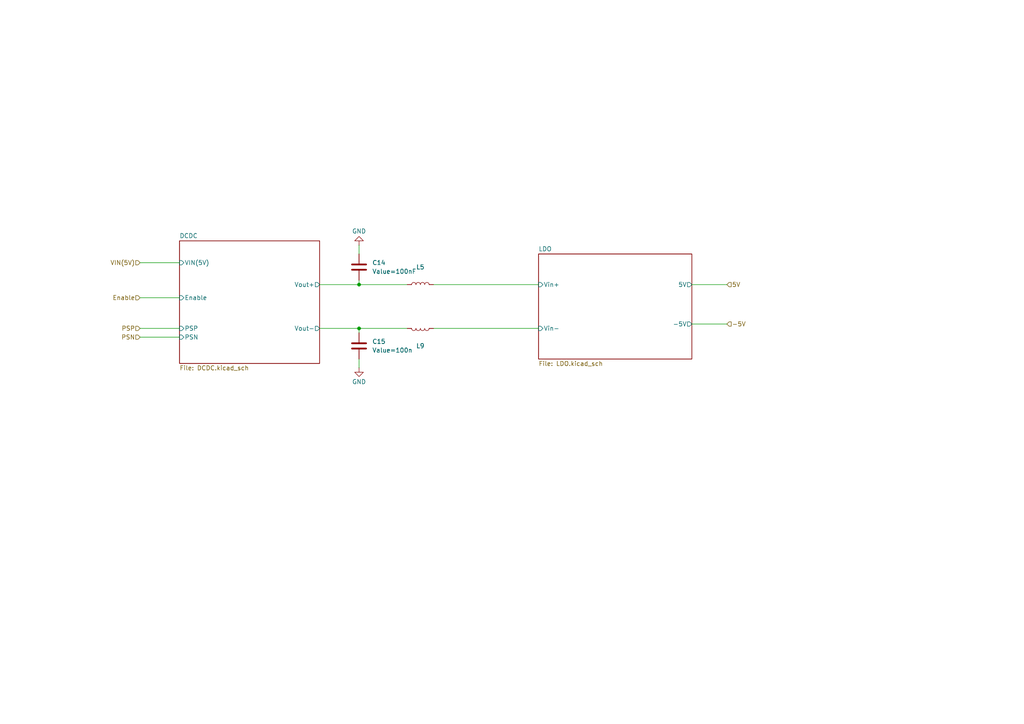
<source format=kicad_sch>
(kicad_sch (version 20231120) (generator "eeschema") (generator_version "8.0")
  (paper "A4")
  (title_block (title "DCStamp") (date "2024-03-15") (rev "1.0") (company "LPP/CNRS") (comment 1 "Alexis Jeandet") (comment 2 "CC-BY-SA") (comment 3 "alexis.jeandet@member.fsf.org"))
  (lib_symbols
    (symbol "Device:C" (pin_numbers hide) (pin_names (offset 0.254))
      (property "Reference" "C" (at 0.635 2.54 0))
      (property "Value" "C" (at 0.635 -2.54 0))
      (symbol "C_0_1"
        (polyline (pts (xy -2.032 -0.762) (xy 2.032 -0.762)) (stroke (width 0.508)))
        (polyline (pts (xy -2.032 0.762) (xy 2.032 0.762)) (stroke (width 0.508)))
      )
      (symbol "C_1_1"
        (pin passive line (at 0 3.81 270) (length 2.794) (name "~") (number "1"))
        (pin passive line (at 0 -3.81 90) (length 2.794) (name "~") (number "2"))
      )
    )
    (symbol "Device:L" (pin_numbers hide) (pin_names (offset 1.016) hide)
      (property "Reference" "L" (at -1.27 0 90))
      (property "Value" "L" (at 1.905 0 90))
      (symbol "L_0_1"
        (arc (start 0 -2.54) (mid 0.6323 -1.905) (end 0 -1.27))
        (arc (start 0 -1.27) (mid 0.6323 -0.635) (end 0 0))
        (arc (start 0 0) (mid 0.6323 0.635) (end 0 1.27))
        (arc (start 0 1.27) (mid 0.6323 1.905) (end 0 2.54))
      )
      (symbol "L_1_1"
        (pin passive line (at 0 3.81 270) (length 1.27) (name "1") (number "1"))
        (pin passive line (at 0 -3.81 90) (length 1.27) (name "2") (number "2"))
      )
    )
    (symbol "power:GND" (power) (pin_numbers hide) (pin_names (offset 0) hide)
      (property "Value" "GND" (at 0 -3.81 0))
      (symbol "GND_0_1"
        (polyline (pts (xy 0 0) (xy 0 -1.27) (xy 1.27 -1.27) (xy 0 -2.54) (xy -1.27 -1.27) (xy 0 -1.27)))
      )
      (symbol "GND_1_1"
        (pin power_in line (at 0 0 270) (length 0) (name "~") (number "1"))
      )
    )
  )
  (junction (at 104.14 82.55))
  (junction (at 104.14 95.25))
  (wire (pts (xy 92.71 95.25) (xy 104.14 95.25)))
  (wire (pts (xy 92.71 82.55) (xy 104.14 82.55)))
  (wire (pts (xy 40.64 76.2) (xy 52.07 76.2)))
  (wire (pts (xy 104.14 104.14) (xy 104.14 106.68)))
  (wire (pts (xy 104.14 95.25) (xy 104.14 96.52)))
  (wire (pts (xy 200.66 82.55) (xy 210.82 82.55)))
  (wire (pts (xy 125.73 95.25) (xy 156.21 95.25)))
  (wire (pts (xy 125.73 82.55) (xy 156.21 82.55)))
  (wire (pts (xy 104.14 71.12) (xy 104.14 73.66)))
  (wire (pts (xy 104.14 81.28) (xy 104.14 82.55)))
  (wire (pts (xy 40.64 97.79) (xy 52.07 97.79)))
  (wire (pts (xy 104.14 82.55) (xy 118.11 82.55)))
  (wire (pts (xy 104.14 95.25) (xy 118.11 95.25)))
  (wire (pts (xy 40.64 86.36) (xy 52.07 86.36)))
  (wire (pts (xy 200.66 93.98) (xy 210.82 93.98)))
  (wire (pts (xy 40.64 95.25) (xy 52.07 95.25)))
  (hierarchical_label "Enable" (shape input) (at 40.64 86.36 180))
  (hierarchical_label "VIN(5V)" (shape input) (at 40.64 76.2 180))
  (hierarchical_label "5V" (shape input) (at 210.82 82.55 0))
  (hierarchical_label "-5V" (shape input) (at 210.82 93.98 0))
  (hierarchical_label "PSN" (shape input) (at 40.64 97.79 180))
  (hierarchical_label "PSP" (shape input) (at 40.64 95.25 180))
  (symbol (lib_id "Device:L") (at 121.92 95.25 90) (mirror x) (unit 1)
    (property "Reference" "L9" (at 121.92 100.33 90))
    (property "Value" "${SIM.PARAMS}" (at 121.92 97.79 90))
    (property "Footprint" "Inductor_SMD:L_1210_3225Metric_Pad1.42x2.65mm_HandSolder" (effects (hide yes)))
    (property "Description" "Inductor" (effects (hide yes)))
    (property "Mouser" "https://www.mouser.fr/ProductDetail/TDK/ADL3225V-470MT-TL000?qs=sGAEpiMZZMv126LJFLh8y7p8lT1jcnXaYfTiB5N2mBw%3D" (effects (hide yes)))
    (property "Sim.Device" "SUBCKT" (effects (hide yes)))
    (property "Sim.Pins" "1=1 2=2" (effects (hide yes)))
    (property "Sim.Library" "inductor.lib" (effects (hide yes)))
    (property "Sim.Name" "ADL3225V-470MT-TL000" (effects (hide yes)))
  )
  (symbol (lib_id "Device:C") (at 104.14 100.33 0) (unit 1)
    (property "Reference" "C15" (at 107.95 99.0599 0) (effects (justify left)))
    (property "Value" "${SIM.PARAMS}" (at 107.95 101.5999 0) (effects (justify left)))
    (property "Footprint" "Capacitor_SMD:C_0603_1608Metric_Pad1.08x0.95mm_HandSolder" (effects (hide yes)))
    (property "Description" "Unpolarized capacitor" (effects (hide yes)))
    (property "Sim.Device" "SUBCKT" (effects (hide yes)))
    (property "Sim.Params" "Value=100n" (effects (hide yes)))
    (property "Sim.Pins" "1=1 2=2" (effects (hide yes)))
    (property "Sim.Library" "inductor.lib" (effects (hide yes)))
    (property "Sim.Name" "real_cap" (effects (hide yes)))
  )
  (symbol (lib_id "Device:L") (at 121.92 82.55 90) (unit 1)
    (property "Reference" "L5" (at 121.92 77.47 90))
    (property "Value" "${SIM.PARAMS}" (at 121.92 80.01 90))
    (property "Footprint" "Inductor_SMD:L_1210_3225Metric_Pad1.42x2.65mm_HandSolder" (effects (hide yes)))
    (property "Description" "Inductor" (effects (hide yes)))
    (property "Mouser" "https://www.mouser.fr/ProductDetail/TDK/ADL3225V-470MT-TL000?qs=sGAEpiMZZMv126LJFLh8y7p8lT1jcnXaYfTiB5N2mBw%3D" (effects (hide yes)))
    (property "Sim.Device" "SUBCKT" (effects (hide yes)))
    (property "Sim.Pins" "1=1 2=2" (effects (hide yes)))
    (property "Sim.Library" "inductor.lib" (effects (hide yes)))
    (property "Sim.Name" "ADL3225V-470MT-TL000" (effects (hide yes)))
  )
  (symbol (lib_id "power:GND") (at 104.14 106.68 0) (unit 1)
    (property "Reference" "#PWR024" (effects (hide yes)))
    (property "Value" "GND" (at 104.14 110.744 0))
    (property "Description" "Power symbol creates a global label with name \"GND\" , ground" (effects (hide yes)))
  )
  (symbol (lib_id "Device:C") (at 104.14 77.47 0) (unit 1)
    (property "Reference" "C14" (at 107.95 76.1999 0) (effects (justify left)))
    (property "Value" "${SIM.PARAMS}" (at 107.95 78.7399 0) (effects (justify left)))
    (property "Footprint" "Capacitor_SMD:C_0603_1608Metric_Pad1.08x0.95mm_HandSolder" (effects (hide yes)))
    (property "Description" "Unpolarized capacitor" (effects (hide yes)))
    (property "Sim.Device" "SUBCKT" (effects (hide yes)))
    (property "Sim.Params" "Value=100nF" (effects (hide yes)))
    (property "Sim.Pins" "1=1 2=2" (effects (hide yes)))
    (property "Sim.Library" "inductor.lib" (effects (hide yes)))
    (property "Sim.Name" "real_cap" (effects (hide yes)))
  )
  (symbol (lib_id "power:GND") (at 104.14 71.12 180) (unit 1)
    (property "Reference" "#PWR023" (effects (hide yes)))
    (property "Value" "GND" (at 104.14 67.056 0))
    (property "Description" "Power symbol creates a global label with name \"GND\" , ground" (effects (hide yes)))
  )
  (sheet (at 52.07 69.85) (size 40.64 35.56) (stroke (width 0.1524))
    (property "Sheetname" "DCDC" (at 52.07 69.1384 0) (effects (justify left bottom)))
    (property "Sheetfile" "DCDC.kicad_sch" (at 52.07 105.9946 0) (effects (justify left top)))
    (pin "PSP" input (at 52.07 95.25 180))
    (pin "PSN" input (at 52.07 97.79 180))
    (pin "Vout-" output (at 92.71 95.25 0))
    (pin "Vout+" output (at 92.71 82.55 0))
    (pin "VIN(5V)" input (at 52.07 76.2 180))
    (pin "Enable" input (at 52.07 86.36 180))
  )
  (sheet (at 156.21 73.66) (size 44.45 30.48) (stroke (width 0.1524))
    (property "Sheetname" "LDO" (at 156.21 72.9484 0) (effects (justify left bottom)))
    (property "Sheetfile" "LDO.kicad_sch" (at 156.21 104.7246 0) (effects (justify left top)))
    (pin "-5V" output (at 200.66 93.98 0))
    (pin "5V" output (at 200.66 82.55 0))
    (pin "Vin-" input (at 156.21 95.25 180))
    (pin "Vin+" input (at 156.21 82.55 180))
  )
)
</source>
